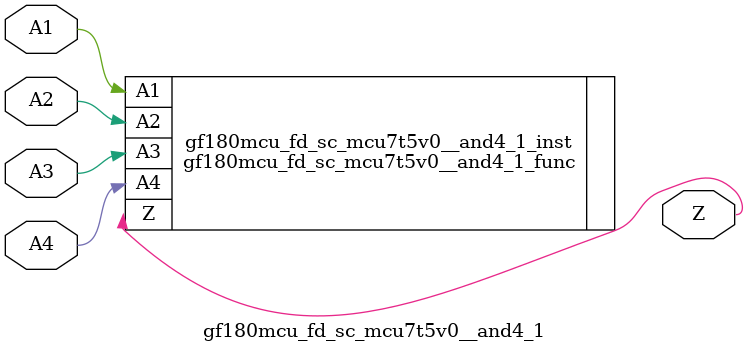
<source format=v>

module gf180mcu_fd_sc_mcu7t5v0__and4_1( A1, A2, A3, A4, Z );
input A1, A2, A3, A4;
output Z;

   `ifdef FUNCTIONAL  //  functional //

	gf180mcu_fd_sc_mcu7t5v0__and4_1_func gf180mcu_fd_sc_mcu7t5v0__and4_1_behav_inst(.A1(A1),.A2(A2),.A3(A3),.A4(A4),.Z(Z));

   `else

	gf180mcu_fd_sc_mcu7t5v0__and4_1_func gf180mcu_fd_sc_mcu7t5v0__and4_1_inst(.A1(A1),.A2(A2),.A3(A3),.A4(A4),.Z(Z));

	// spec_gates_begin


	// spec_gates_end



   specify

	// specify_block_begin

	// comb arc A1 --> Z
	 (A1 => Z) = (1.0,1.0);

	// comb arc A2 --> Z
	 (A2 => Z) = (1.0,1.0);

	// comb arc A3 --> Z
	 (A3 => Z) = (1.0,1.0);

	// comb arc A4 --> Z
	 (A4 => Z) = (1.0,1.0);

	// specify_block_end

   endspecify

   `endif

endmodule

</source>
